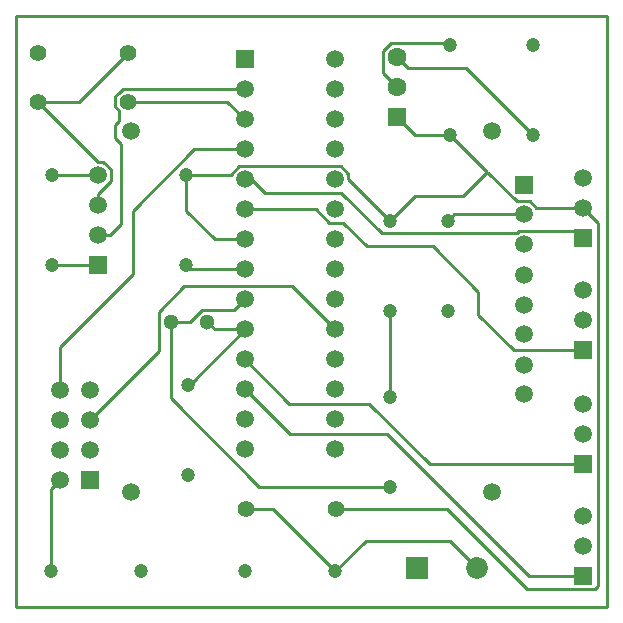
<source format=gbl>
G04 Layer_Physical_Order=2*
G04 Layer_Color=16711680*
%FSLAX42Y42*%
%MOMM*%
G71*
G01*
G75*
%ADD10C,0.25*%
%ADD11C,0.25*%
%ADD12C,1.20*%
%ADD13C,1.30*%
%ADD14R,1.60X1.60*%
%ADD15C,1.60*%
%ADD16C,1.50*%
%ADD17R,1.50X1.50*%
%ADD18C,1.40*%
%ADD19R,1.50X1.50*%
%ADD20R,1.85X1.85*%
%ADD21C,1.85*%
%ADD23C,1.52*%
D10*
X3176Y4772D02*
X3675D01*
X1440Y2869D02*
X1465D01*
X4794Y3376D02*
X4924Y3247D01*
Y172D02*
Y3247D01*
X4901Y150D02*
X4924Y172D01*
X3160Y1778D02*
Y2506D01*
X2989Y1720D02*
X3501Y1208D01*
X3139Y1462D02*
X4339Y262D01*
X2313Y1462D02*
X3139D01*
X1936Y1839D02*
X2313Y1462D01*
X3501Y1208D02*
X4794D01*
X4339Y262D02*
X4794D01*
X534Y4275D02*
X945Y4687D01*
X184Y4275D02*
X534D01*
X184D02*
X691Y3767D01*
X735D01*
X801Y3702D01*
Y3608D02*
Y3702D01*
X688Y3496D02*
X801Y3608D01*
X688Y3401D02*
Y3496D01*
X301Y3655D02*
X688D01*
X838Y3968D02*
X889Y3917D01*
X797Y3147D02*
X889Y3238D01*
Y3917D01*
X867Y4349D02*
Y4349D01*
X838Y4320D02*
X867Y4349D01*
X838Y4230D02*
Y4320D01*
Y4230D02*
X867Y4201D01*
Y4111D02*
Y4201D01*
X838Y4082D02*
X867Y4111D01*
X838Y3968D02*
Y4082D01*
X867Y4349D02*
X900Y4383D01*
X1307Y1767D02*
Y2408D01*
X625Y1583D02*
X1205Y2162D01*
Y2495D01*
X688Y3147D02*
X797D01*
X989Y3354D02*
X1506Y3871D01*
X989Y2817D02*
Y3354D01*
X371Y2199D02*
X989Y2817D01*
X301Y2893D02*
X688D01*
X1465Y2869D02*
X1478Y2855D01*
X1440Y2893D02*
X1465Y2869D01*
X1478Y2855D02*
X1936D01*
X1922Y2869D02*
X1936Y2855D01*
X1440Y3655D02*
X1815D01*
X1440Y3351D02*
Y3655D01*
Y3351D02*
X1683Y3109D01*
X1815Y3655D02*
X1889Y3729D01*
X3655Y3268D02*
X3708Y3321D01*
X1999Y3610D02*
Y3617D01*
X2811Y3618D02*
X3160Y3268D01*
X2811Y3618D02*
Y3664D01*
X2745Y3729D02*
X2811Y3664D01*
X1889Y3729D02*
X2745D01*
X2104Y3504D02*
X2752D01*
X1999Y3610D02*
X2104Y3504D01*
X1936Y3617D02*
X1999D01*
X3160Y3268D02*
X3372Y3479D01*
X1506Y3871D02*
X1936D01*
X1786Y4275D02*
X1936Y4125D01*
X1683Y3109D02*
X1936D01*
X900Y4383D02*
X1933D01*
X1470Y1881D02*
X1936Y2347D01*
X1678D02*
X1936D01*
X1846Y2510D02*
X1936Y2601D01*
X2332Y2714D02*
X2698Y2347D01*
X3781Y3479D02*
X3985Y3684D01*
X3372Y3479D02*
X3781D01*
X3708Y3321D02*
X4300D01*
X3675Y3994D02*
X3985Y3684D01*
X3992Y3676D02*
X4236Y3433D01*
X1423Y2714D02*
X2332D01*
X1205Y2495D02*
X1423Y2714D01*
X748Y2844D02*
X750Y2846D01*
X1472Y2408D02*
X1575Y2510D01*
X1846D01*
X1307Y2408D02*
X1472D01*
X2706Y825D02*
X3647D01*
X4322Y150D01*
X4901D01*
X4404Y3376D02*
X4794D01*
X4737Y3179D02*
X4794Y3122D01*
X4253Y3179D02*
X4737D01*
X4210Y2175D02*
X4794D01*
X3913Y2473D02*
Y2666D01*
Y2473D02*
X4210Y2175D01*
X3526Y3053D02*
X3913Y2666D01*
X2967Y3053D02*
X3526D01*
X2769Y3251D02*
X2967Y3053D01*
X3096Y3160D02*
X4235D01*
X2752Y3504D02*
X3096Y3160D01*
X4235D02*
X4253Y3179D01*
X4347Y3433D02*
X4404Y3376D01*
X4236Y3433D02*
X4347D01*
X2058Y1016D02*
X3160D01*
X1307Y1767D02*
X2058Y1016D01*
X294Y300D02*
Y998D01*
X371Y1075D01*
X1933Y4383D02*
X1936Y4379D01*
X2700Y300D02*
X2959Y559D01*
X945Y4275D02*
X1786D01*
X3225Y4654D02*
X3315Y4563D01*
X3806D01*
X3675Y4756D02*
Y4772D01*
X3108Y4703D02*
X3176Y4772D01*
X3108Y4517D02*
Y4703D01*
Y4517D02*
X3225Y4400D01*
X371Y1837D02*
Y2199D01*
X1944Y825D02*
X2175D01*
X2700Y300D01*
X2959Y559D02*
X3670D01*
X3904Y325D01*
X2651Y3251D02*
X2769D01*
X2539Y3363D02*
X2651Y3251D01*
X1936Y3363D02*
X2539D01*
X2309Y1720D02*
X2989D01*
X1936Y2093D02*
X2309Y1720D01*
X3225Y4146D02*
X3377Y3994D01*
X3675D01*
X3806Y4563D02*
X4375Y3994D01*
X1450Y1881D02*
X1470D01*
X1617Y2408D02*
X1678Y2347D01*
D11*
X0Y0D02*
Y5000D01*
Y0D02*
X5000D01*
Y5000D01*
X0D02*
X5000D01*
D12*
X1450Y1881D02*
D03*
Y1119D02*
D03*
X301Y2893D02*
D03*
Y3655D02*
D03*
X3160Y1016D02*
D03*
Y1778D02*
D03*
Y2506D02*
D03*
Y3268D02*
D03*
X4375Y3994D02*
D03*
Y4756D02*
D03*
X2700Y300D02*
D03*
X1938D02*
D03*
X3655Y3268D02*
D03*
Y2506D02*
D03*
X1440Y3655D02*
D03*
Y2893D02*
D03*
X294Y300D02*
D03*
X1056D02*
D03*
X3675Y4756D02*
D03*
Y3994D02*
D03*
D13*
X1617Y2408D02*
D03*
X1307D02*
D03*
D14*
X3225Y4146D02*
D03*
D15*
Y4400D02*
D03*
Y4654D02*
D03*
D16*
X2698Y1331D02*
D03*
Y1585D02*
D03*
Y1839D02*
D03*
Y2093D02*
D03*
Y2347D02*
D03*
Y2601D02*
D03*
Y2855D02*
D03*
Y3109D02*
D03*
Y3363D02*
D03*
Y3617D02*
D03*
Y3871D02*
D03*
Y4125D02*
D03*
Y4379D02*
D03*
Y4633D02*
D03*
X1936Y1331D02*
D03*
Y1585D02*
D03*
Y1839D02*
D03*
Y2093D02*
D03*
Y2347D02*
D03*
Y2601D02*
D03*
Y2855D02*
D03*
Y3109D02*
D03*
Y3363D02*
D03*
Y3617D02*
D03*
Y3871D02*
D03*
Y4125D02*
D03*
Y4379D02*
D03*
X688Y3655D02*
D03*
Y3401D02*
D03*
Y3147D02*
D03*
X4300Y3321D02*
D03*
Y3067D02*
D03*
Y2812D02*
D03*
Y2558D02*
D03*
Y2305D02*
D03*
Y2050D02*
D03*
Y1797D02*
D03*
X4794Y1462D02*
D03*
Y1716D02*
D03*
Y3376D02*
D03*
Y3629D02*
D03*
Y2430D02*
D03*
Y2683D02*
D03*
Y516D02*
D03*
Y770D02*
D03*
X371Y1837D02*
D03*
X625D02*
D03*
X371Y1583D02*
D03*
X625D02*
D03*
X371Y1329D02*
D03*
X625D02*
D03*
X371Y1075D02*
D03*
D17*
X1936Y4633D02*
D03*
D18*
X184Y4687D02*
D03*
X945D02*
D03*
X184Y4275D02*
D03*
X945D02*
D03*
X2706Y825D02*
D03*
X1944D02*
D03*
D19*
X688Y2893D02*
D03*
X4300Y3574D02*
D03*
X4794Y1208D02*
D03*
Y3122D02*
D03*
Y2175D02*
D03*
Y262D02*
D03*
X625Y1075D02*
D03*
D20*
X3396Y325D02*
D03*
D21*
X3904D02*
D03*
D23*
X975Y4025D02*
D03*
X4025D02*
D03*
Y975D02*
D03*
X975Y969D02*
D03*
M02*

</source>
